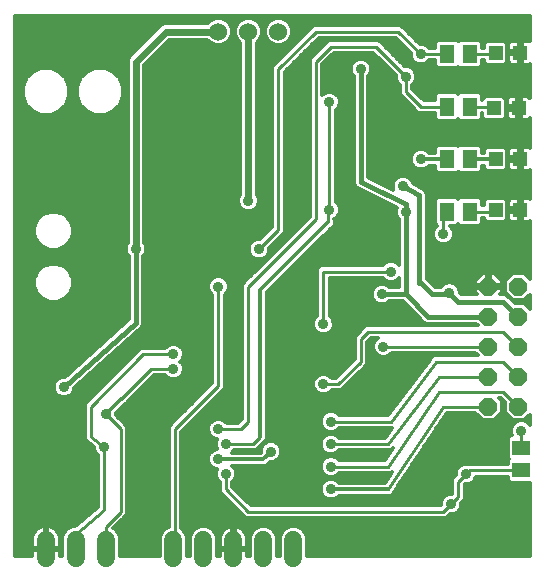
<source format=gbl>
G75*
G70*
%OFA0B0*%
%FSLAX24Y24*%
%IPPOS*%
%LPD*%
%AMOC8*
5,1,8,0,0,1.08239X$1,22.5*
%
%ADD10C,0.0600*%
%ADD11OC8,0.0600*%
%ADD12C,0.0600*%
%ADD13R,0.0591X0.0512*%
%ADD14R,0.0512X0.0630*%
%ADD15R,0.0472X0.0472*%
%ADD16C,0.0120*%
%ADD17C,0.0360*%
%ADD18C,0.0100*%
%ADD19C,0.0160*%
%ADD20C,0.0240*%
D10*
X004282Y005239D02*
X004282Y005839D01*
X005282Y005839D02*
X005282Y005239D01*
X006282Y005239D02*
X006282Y005839D01*
X008532Y005839D02*
X008532Y005239D01*
X009532Y005239D02*
X009532Y005839D01*
X010532Y005839D02*
X010532Y005239D01*
X011532Y005239D02*
X011532Y005839D01*
X012532Y005839D02*
X012532Y005239D01*
D11*
X019032Y010289D03*
X019032Y011289D03*
X019032Y012289D03*
X019032Y013289D03*
X019032Y014289D03*
X020032Y014289D03*
X020032Y013289D03*
X020032Y012289D03*
X020032Y011289D03*
X020032Y010289D03*
D12*
X012032Y022789D03*
X011032Y022789D03*
X010032Y022789D03*
D13*
X020132Y008913D03*
X020132Y008165D03*
D14*
X018406Y016789D03*
X017658Y016789D03*
X017658Y018539D03*
X018406Y018539D03*
X018406Y020289D03*
X017658Y020289D03*
X017658Y022039D03*
X018406Y022039D03*
D15*
X019269Y022089D03*
X020096Y022089D03*
X020046Y020239D03*
X019219Y020239D03*
X019269Y018539D03*
X020096Y018539D03*
X020096Y016839D03*
X019269Y016839D03*
D16*
X003244Y023314D02*
X003244Y005314D01*
X003822Y005314D01*
X003822Y005499D01*
X004242Y005499D01*
X004242Y005579D01*
X004242Y006299D01*
X004191Y006299D01*
X004022Y006229D01*
X003892Y006099D01*
X003822Y005930D01*
X003822Y005579D01*
X004242Y005579D01*
X004322Y005579D01*
X004322Y006299D01*
X004374Y006299D01*
X004543Y006229D01*
X004672Y006099D01*
X004742Y005930D01*
X004742Y005579D01*
X004322Y005579D01*
X004322Y005499D01*
X004742Y005499D01*
X004742Y005314D01*
X004822Y005314D01*
X004822Y005930D01*
X004892Y006099D01*
X005022Y006229D01*
X005191Y006299D01*
X005265Y006299D01*
X006022Y006936D01*
X006022Y008668D01*
X005944Y008746D01*
X005892Y008871D01*
X005892Y008937D01*
X005710Y009079D01*
X005695Y009079D01*
X005643Y009131D01*
X005585Y009176D01*
X005583Y009191D01*
X005572Y009202D01*
X005572Y009275D01*
X005563Y009349D01*
X005572Y009361D01*
X005572Y010202D01*
X005572Y010376D01*
X007322Y012126D01*
X007445Y012249D01*
X008261Y012249D01*
X008340Y012327D01*
X008465Y012379D01*
X008600Y012379D01*
X008725Y012327D01*
X008820Y012231D01*
X008872Y012106D01*
X008872Y011971D01*
X008820Y011846D01*
X008763Y011789D01*
X008820Y011731D01*
X008872Y011606D01*
X008872Y011471D01*
X008820Y011346D01*
X008725Y011250D01*
X008600Y011199D01*
X008465Y011199D01*
X008340Y011250D01*
X008261Y011329D01*
X007869Y011329D01*
X007002Y010462D01*
X007002Y010447D01*
X006622Y010067D01*
X006622Y009996D01*
X006869Y009749D01*
X006869Y009749D01*
X006992Y009626D01*
X006992Y006702D01*
X006869Y006579D01*
X006526Y006235D01*
X006543Y006229D01*
X006672Y006099D01*
X006742Y005930D01*
X006742Y005314D01*
X008072Y005314D01*
X008072Y005930D01*
X008142Y006099D01*
X008272Y006229D01*
X008372Y006270D01*
X008372Y009626D01*
X008495Y009749D01*
X009822Y011076D01*
X009822Y014018D01*
X009744Y014096D01*
X009692Y014221D01*
X009692Y014356D01*
X009744Y014481D01*
X009840Y014577D01*
X009965Y014629D01*
X010100Y014629D01*
X010225Y014577D01*
X010320Y014481D01*
X010372Y014356D01*
X010372Y014221D01*
X010320Y014096D01*
X010242Y014018D01*
X010242Y011076D01*
X010242Y010902D01*
X008792Y009452D01*
X008792Y006229D01*
X008793Y006229D01*
X008922Y006099D01*
X008992Y005930D01*
X008992Y005314D01*
X009072Y005314D01*
X009072Y005930D01*
X009142Y006099D01*
X009272Y006229D01*
X009441Y006299D01*
X009624Y006299D01*
X009793Y006229D01*
X009922Y006099D01*
X009992Y005930D01*
X009992Y005314D01*
X010072Y005314D01*
X010072Y005499D01*
X010492Y005499D01*
X010492Y005579D01*
X010492Y006299D01*
X010441Y006299D01*
X010272Y006229D01*
X010142Y006099D01*
X010072Y005930D01*
X010072Y005579D01*
X010492Y005579D01*
X010572Y005579D01*
X010572Y006299D01*
X010624Y006299D01*
X010793Y006229D01*
X010922Y006099D01*
X010992Y005930D01*
X010992Y005579D01*
X010572Y005579D01*
X010572Y005499D01*
X010992Y005499D01*
X010992Y005314D01*
X011072Y005314D01*
X011072Y005930D01*
X011142Y006099D01*
X011272Y006229D01*
X011441Y006299D01*
X011624Y006299D01*
X011793Y006229D01*
X011922Y006099D01*
X011992Y005930D01*
X011992Y005314D01*
X012072Y005314D01*
X012072Y005930D01*
X012142Y006099D01*
X012272Y006229D01*
X012441Y006299D01*
X012624Y006299D01*
X012793Y006229D01*
X012922Y006099D01*
X012992Y005930D01*
X012992Y005314D01*
X020420Y005314D01*
X020420Y007749D01*
X019771Y007749D01*
X019677Y007842D01*
X019677Y007955D01*
X018615Y007955D01*
X018570Y007846D01*
X018475Y007750D01*
X018350Y007699D01*
X018242Y007699D01*
X018242Y007376D01*
X018242Y007202D01*
X018122Y007082D01*
X018122Y006971D01*
X018070Y006846D01*
X017975Y006750D01*
X017850Y006699D01*
X017739Y006699D01*
X017619Y006579D01*
X017445Y006579D01*
X010945Y006579D01*
X010822Y006702D01*
X010072Y007452D01*
X010072Y007626D01*
X010072Y007768D01*
X009994Y007846D01*
X009942Y007971D01*
X009942Y008106D01*
X009981Y008199D01*
X009965Y008199D01*
X009840Y008250D01*
X009744Y008346D01*
X009692Y008471D01*
X009692Y008606D01*
X009744Y008731D01*
X009840Y008827D01*
X009965Y008879D01*
X009981Y008879D01*
X009942Y008971D01*
X009942Y009106D01*
X009981Y009199D01*
X009965Y009199D01*
X009840Y009250D01*
X009744Y009346D01*
X009692Y009471D01*
X009692Y009606D01*
X009744Y009731D01*
X009840Y009827D01*
X009965Y009879D01*
X010100Y009879D01*
X010225Y009827D01*
X010303Y009749D01*
X010695Y009749D01*
X010822Y009876D01*
X010822Y014202D01*
X010822Y014376D01*
X013072Y016626D01*
X013072Y021702D01*
X013072Y021876D01*
X013572Y022376D01*
X013695Y022499D01*
X015195Y022499D01*
X015369Y022499D01*
X016239Y021629D01*
X016350Y021629D01*
X016475Y021577D01*
X016570Y021481D01*
X016622Y021356D01*
X016622Y021221D01*
X016570Y021096D01*
X016492Y021018D01*
X016492Y020876D01*
X016869Y020499D01*
X017242Y020499D01*
X017242Y020670D01*
X017336Y020764D01*
X017980Y020764D01*
X018032Y020712D01*
X018084Y020764D01*
X018728Y020764D01*
X018822Y020670D01*
X018822Y020499D01*
X018823Y020499D01*
X018823Y020541D01*
X018916Y020635D01*
X019521Y020635D01*
X019615Y020541D01*
X019615Y019936D01*
X019521Y019842D01*
X018916Y019842D01*
X018823Y019936D01*
X018823Y020079D01*
X018822Y020079D01*
X018822Y019907D01*
X018728Y019814D01*
X018084Y019814D01*
X018032Y019865D01*
X017980Y019814D01*
X017336Y019814D01*
X017242Y019907D01*
X017242Y020079D01*
X016869Y020079D01*
X016695Y020079D01*
X016072Y020702D01*
X016072Y020876D01*
X016072Y021018D01*
X015994Y021096D01*
X015942Y021221D01*
X015942Y021332D01*
X015195Y022079D01*
X013869Y022079D01*
X013492Y021702D01*
X013492Y020679D01*
X013540Y020727D01*
X013665Y020779D01*
X013800Y020779D01*
X013925Y020727D01*
X014020Y020631D01*
X014072Y020506D01*
X014072Y020371D01*
X014020Y020246D01*
X013942Y020168D01*
X013942Y017109D01*
X014020Y017031D01*
X015760Y017031D01*
X015971Y016926D02*
X015942Y016856D01*
X015942Y016721D01*
X015994Y016596D01*
X016042Y016548D01*
X016042Y015009D01*
X015975Y015077D01*
X015850Y015129D01*
X015715Y015129D01*
X015590Y015077D01*
X015511Y014999D01*
X013619Y014999D01*
X013445Y014999D01*
X013322Y014876D01*
X013322Y013309D01*
X013244Y013231D01*
X013192Y013106D01*
X013192Y012971D01*
X013244Y012846D01*
X013340Y012750D01*
X013465Y012699D01*
X013600Y012699D01*
X013725Y012750D01*
X013820Y012846D01*
X013872Y012971D01*
X013872Y013106D01*
X013820Y013231D01*
X013742Y013309D01*
X013742Y014579D01*
X015511Y014579D01*
X015590Y014500D01*
X015715Y014449D01*
X015850Y014449D01*
X015975Y014500D01*
X016042Y014568D01*
X016042Y014279D01*
X015723Y014279D01*
X015675Y014327D01*
X015550Y014379D01*
X015415Y014379D01*
X015290Y014327D01*
X015194Y014231D01*
X015142Y014106D01*
X015142Y013971D01*
X015194Y013846D01*
X015290Y013750D01*
X015415Y013699D01*
X015550Y013699D01*
X015675Y013750D01*
X015723Y013799D01*
X016183Y013799D01*
X016829Y013153D01*
X016829Y013153D01*
X016896Y013085D01*
X016984Y013049D01*
X018622Y013049D01*
X018672Y012999D01*
X014945Y012999D01*
X014822Y012876D01*
X014572Y012626D01*
X014572Y012452D01*
X014572Y011876D01*
X013945Y011249D01*
X013803Y011249D01*
X013725Y011327D01*
X013600Y011379D01*
X013465Y011379D01*
X013340Y011327D01*
X013244Y011231D01*
X013192Y011106D01*
X013192Y010971D01*
X013244Y010846D01*
X013340Y010750D01*
X013465Y010699D01*
X013600Y010699D01*
X013725Y010750D01*
X013803Y010829D01*
X013945Y010829D01*
X014119Y010829D01*
X014869Y011579D01*
X014992Y011702D01*
X014992Y012452D01*
X015119Y012579D01*
X015344Y012579D01*
X015340Y012577D01*
X015244Y012481D01*
X015192Y012356D01*
X015192Y012221D01*
X015244Y012096D01*
X015340Y012000D01*
X015465Y011949D01*
X015600Y011949D01*
X015725Y012000D01*
X015803Y012079D01*
X018592Y012079D01*
X018672Y011999D01*
X017352Y011999D01*
X017339Y012009D01*
X017267Y011999D01*
X017195Y011999D01*
X017183Y011987D01*
X017166Y011984D01*
X017123Y011926D01*
X017072Y011876D01*
X017072Y011859D01*
X015677Y009999D01*
X014053Y009999D01*
X013975Y010077D01*
X013850Y010129D01*
X013715Y010129D01*
X013590Y010077D01*
X013494Y009981D01*
X013442Y009856D01*
X013442Y009721D01*
X013494Y009596D01*
X013590Y009500D01*
X013715Y009449D01*
X013850Y009449D01*
X013975Y009500D01*
X014053Y009579D01*
X015712Y009579D01*
X015726Y009568D01*
X015797Y009579D01*
X015827Y009579D01*
X015578Y009249D01*
X014053Y009249D01*
X013975Y009327D01*
X013850Y009379D01*
X013715Y009379D01*
X013590Y009327D01*
X013494Y009231D01*
X013442Y009106D01*
X013442Y008971D01*
X013494Y008846D01*
X013590Y008750D01*
X013715Y008699D01*
X013850Y008699D01*
X013975Y008750D01*
X014053Y008829D01*
X015612Y008829D01*
X015625Y008819D01*
X015697Y008829D01*
X015769Y008829D01*
X015781Y008840D01*
X015797Y008843D01*
X015841Y008900D01*
X015852Y008911D01*
X015571Y008499D01*
X014053Y008499D01*
X013975Y008577D01*
X013850Y008629D01*
X013715Y008629D01*
X013590Y008577D01*
X013494Y008481D01*
X013442Y008356D01*
X013442Y008221D01*
X013494Y008096D01*
X013590Y008000D01*
X013715Y007949D01*
X013850Y007949D01*
X013975Y008000D01*
X014053Y008079D01*
X015618Y008079D01*
X015636Y008066D01*
X015702Y008079D01*
X015769Y008079D01*
X015785Y008094D01*
X015806Y008098D01*
X015577Y007759D01*
X014043Y007759D01*
X013975Y007827D01*
X013850Y007879D01*
X013715Y007879D01*
X013590Y007827D01*
X013494Y007731D01*
X013442Y007606D01*
X013442Y007471D01*
X013494Y007346D01*
X013590Y007250D01*
X013715Y007199D01*
X013850Y007199D01*
X013975Y007250D01*
X014043Y007319D01*
X015633Y007319D01*
X015637Y007316D01*
X015651Y007319D01*
X015773Y007319D01*
X015803Y007348D01*
X015808Y007349D01*
X015816Y007361D01*
X015902Y007447D01*
X015902Y007489D01*
X017644Y010079D01*
X018592Y010079D01*
X018842Y009829D01*
X019223Y009829D01*
X019492Y010098D01*
X019492Y010479D01*
X019393Y010579D01*
X019445Y010579D01*
X019572Y010452D01*
X019572Y010098D01*
X019842Y009829D01*
X020223Y009829D01*
X020420Y010026D01*
X020420Y009681D01*
X020325Y009777D01*
X020200Y009829D01*
X020065Y009829D01*
X019940Y009777D01*
X019844Y009681D01*
X019792Y009556D01*
X019792Y009421D01*
X019831Y009328D01*
X019771Y009328D01*
X019677Y009235D01*
X019677Y008590D01*
X019729Y008539D01*
X019677Y008487D01*
X019677Y008375D01*
X018495Y008375D01*
X018360Y008375D01*
X018350Y008379D01*
X018215Y008379D01*
X018090Y008327D01*
X017994Y008231D01*
X017942Y008106D01*
X017942Y007996D01*
X017822Y007876D01*
X017822Y007379D01*
X017715Y007379D01*
X017590Y007327D01*
X017494Y007231D01*
X017442Y007106D01*
X017442Y006999D01*
X011119Y006999D01*
X010492Y007626D01*
X010492Y007768D01*
X010570Y007846D01*
X010622Y007971D01*
X010622Y008106D01*
X010570Y008231D01*
X010483Y008319D01*
X011441Y008319D01*
X011623Y008319D01*
X011753Y008449D01*
X011850Y008449D01*
X011975Y008500D01*
X012070Y008596D01*
X012122Y008721D01*
X012122Y008856D01*
X012070Y008981D01*
X011975Y009077D01*
X011850Y009129D01*
X011715Y009129D01*
X011590Y009077D01*
X011494Y008981D01*
X011442Y008856D01*
X011442Y008760D01*
X011441Y008759D01*
X010483Y008759D01*
X010553Y008829D01*
X011095Y008829D01*
X011269Y008829D01*
X011509Y009069D01*
X011523Y009069D01*
X011652Y009197D01*
X011652Y014097D01*
X013902Y016347D01*
X013902Y016530D01*
X013894Y016538D01*
X013925Y016550D01*
X014020Y016646D01*
X014072Y016771D01*
X014072Y016906D01*
X014020Y017031D01*
X014069Y016913D02*
X015966Y016913D01*
X015971Y016926D02*
X014682Y017570D01*
X014646Y017585D01*
X014640Y017591D01*
X014632Y017595D01*
X014606Y017625D01*
X014579Y017653D01*
X014575Y017661D01*
X014570Y017667D01*
X014557Y017705D01*
X014542Y017741D01*
X014542Y017750D01*
X014539Y017758D01*
X014542Y017797D01*
X014542Y021298D01*
X014494Y021346D01*
X014442Y021471D01*
X014442Y021606D01*
X014494Y021731D01*
X014590Y021827D01*
X014715Y021879D01*
X014850Y021879D01*
X014975Y021827D01*
X015070Y021731D01*
X015122Y021606D01*
X015122Y021471D01*
X015070Y021346D01*
X015022Y021298D01*
X015022Y017937D01*
X015865Y017515D01*
X015842Y017571D01*
X015842Y017706D01*
X015894Y017831D01*
X015990Y017927D01*
X016115Y017979D01*
X016250Y017979D01*
X016375Y017927D01*
X016470Y017831D01*
X016511Y017732D01*
X016836Y017555D01*
X016868Y017542D01*
X016877Y017533D01*
X016889Y017526D01*
X016911Y017499D01*
X016936Y017475D01*
X016941Y017462D01*
X016949Y017452D01*
X016959Y017419D01*
X016972Y017386D01*
X016972Y017373D01*
X016976Y017361D01*
X016972Y017326D01*
X016972Y014562D01*
X017256Y014279D01*
X017443Y014279D01*
X017444Y014281D01*
X017540Y014377D01*
X017665Y014429D01*
X017800Y014429D01*
X017925Y014377D01*
X018020Y014281D01*
X018072Y014156D01*
X018072Y014088D01*
X018132Y014029D01*
X018642Y014029D01*
X018572Y014098D01*
X018572Y014249D01*
X018992Y014249D01*
X018992Y014329D01*
X018992Y014749D01*
X018842Y014749D01*
X018572Y014479D01*
X018572Y014329D01*
X018992Y014329D01*
X019072Y014329D01*
X019072Y014749D01*
X019223Y014749D01*
X019492Y014479D01*
X019492Y014329D01*
X019072Y014329D01*
X019072Y014249D01*
X019492Y014249D01*
X019492Y014098D01*
X019423Y014029D01*
X019580Y014029D01*
X019668Y013992D01*
X019736Y013925D01*
X019912Y013749D01*
X020223Y013749D01*
X020420Y013551D01*
X020420Y014026D01*
X020223Y013829D01*
X019842Y013829D01*
X019572Y014098D01*
X019572Y014479D01*
X019842Y014749D01*
X020223Y014749D01*
X020420Y014551D01*
X020420Y016465D01*
X020398Y016442D01*
X020154Y016442D01*
X020154Y016780D01*
X020037Y016780D01*
X020037Y016442D01*
X019793Y016442D01*
X019699Y016536D01*
X019699Y016780D01*
X020037Y016780D01*
X020037Y016897D01*
X019699Y016897D01*
X019699Y017141D01*
X019793Y017235D01*
X020037Y017235D01*
X020037Y016897D01*
X020154Y016897D01*
X020154Y017235D01*
X020398Y017235D01*
X020420Y017213D01*
X020420Y018165D01*
X020398Y018142D01*
X020154Y018142D01*
X020154Y018480D01*
X020037Y018480D01*
X020037Y018142D01*
X019793Y018142D01*
X019699Y018236D01*
X019699Y018480D01*
X020037Y018480D01*
X020037Y018597D01*
X019699Y018597D01*
X019699Y018841D01*
X019793Y018935D01*
X020037Y018935D01*
X020037Y018597D01*
X020154Y018597D01*
X020154Y018935D01*
X020398Y018935D01*
X020420Y018913D01*
X020420Y019915D01*
X020348Y019842D01*
X020104Y019842D01*
X020104Y020180D01*
X019987Y020180D01*
X019987Y019842D01*
X019743Y019842D01*
X019649Y019936D01*
X019649Y020180D01*
X019987Y020180D01*
X019987Y020297D01*
X019649Y020297D01*
X019649Y020541D01*
X019743Y020635D01*
X019987Y020635D01*
X019987Y020297D01*
X020104Y020297D01*
X020104Y020635D01*
X020348Y020635D01*
X020420Y020563D01*
X020420Y021715D01*
X020398Y021692D01*
X020154Y021692D01*
X020154Y022030D01*
X020037Y022030D01*
X020037Y021692D01*
X019793Y021692D01*
X019699Y021786D01*
X019699Y022030D01*
X020037Y022030D01*
X020037Y022147D01*
X019699Y022147D01*
X019699Y022391D01*
X019793Y022485D01*
X020037Y022485D01*
X020037Y022147D01*
X020154Y022147D01*
X020154Y022485D01*
X020398Y022485D01*
X020420Y022463D01*
X020420Y023314D01*
X003244Y023314D01*
X003244Y023196D02*
X009813Y023196D01*
X009772Y023179D02*
X009662Y023069D01*
X008338Y023069D01*
X008226Y023069D01*
X008124Y023026D01*
X007124Y022026D01*
X007045Y021947D01*
X007002Y021844D01*
X007002Y015739D01*
X006994Y015731D01*
X006942Y015606D01*
X006942Y015471D01*
X006994Y015346D01*
X007042Y015298D01*
X007042Y013196D01*
X004902Y011279D01*
X004815Y011279D01*
X004690Y011227D01*
X004594Y011131D01*
X004542Y011006D01*
X004542Y010871D01*
X004594Y010746D01*
X004690Y010650D01*
X004815Y010599D01*
X004950Y010599D01*
X005075Y010650D01*
X005170Y010746D01*
X005222Y010871D01*
X005222Y010921D01*
X007412Y012883D01*
X007418Y012885D01*
X007447Y012914D01*
X007478Y012942D01*
X007481Y012948D01*
X007486Y012953D01*
X007501Y012991D01*
X007519Y013028D01*
X007520Y013035D01*
X007522Y013041D01*
X007522Y013082D01*
X007524Y013123D01*
X007522Y013129D01*
X007522Y015298D01*
X007570Y015346D01*
X007622Y015471D01*
X007622Y015606D01*
X007570Y015731D01*
X007562Y015739D01*
X007562Y021673D01*
X008398Y022509D01*
X009662Y022509D01*
X009772Y022399D01*
X009941Y022329D01*
X010124Y022329D01*
X010293Y022399D01*
X010422Y022528D01*
X010492Y022697D01*
X010492Y022880D01*
X010422Y023049D01*
X010293Y023179D01*
X010124Y023249D01*
X009941Y023249D01*
X009772Y023179D01*
X009670Y023077D02*
X003244Y023077D01*
X003244Y022959D02*
X008056Y022959D01*
X007938Y022840D02*
X003244Y022840D01*
X003244Y022721D02*
X007819Y022721D01*
X007701Y022603D02*
X003244Y022603D01*
X003244Y022484D02*
X007582Y022484D01*
X007463Y022366D02*
X003244Y022366D01*
X003244Y022247D02*
X007345Y022247D01*
X007226Y022129D02*
X003244Y022129D01*
X003244Y022010D02*
X007108Y022010D01*
X007022Y021892D02*
X003244Y021892D01*
X003244Y021773D02*
X007002Y021773D01*
X007002Y021655D02*
X003244Y021655D01*
X003244Y021536D02*
X004062Y021536D01*
X004128Y021564D02*
X003843Y021446D01*
X003625Y021228D01*
X003507Y020943D01*
X003507Y020634D01*
X003625Y020350D01*
X003843Y020132D01*
X004128Y020014D01*
X004436Y020014D01*
X004721Y020132D01*
X004939Y020350D01*
X005057Y020634D01*
X005057Y020943D01*
X005307Y020943D01*
X005307Y020634D01*
X005425Y020350D01*
X005643Y020132D01*
X005928Y020014D01*
X006236Y020014D01*
X006521Y020132D01*
X006739Y020350D01*
X006857Y020634D01*
X006857Y020943D01*
X007002Y020943D01*
X007002Y020825D02*
X006857Y020825D01*
X006857Y020943D02*
X006739Y021228D01*
X006521Y021446D01*
X006236Y021564D01*
X005928Y021564D01*
X005643Y021446D01*
X005425Y021228D01*
X005307Y020943D01*
X005307Y020825D02*
X005057Y020825D01*
X005057Y020943D02*
X004939Y021228D01*
X004721Y021446D01*
X004436Y021564D01*
X004128Y021564D01*
X004503Y021536D02*
X005862Y021536D01*
X005615Y021417D02*
X004749Y021417D01*
X004868Y021299D02*
X005497Y021299D01*
X005406Y021180D02*
X004959Y021180D01*
X005008Y021062D02*
X005357Y021062D01*
X005307Y020706D02*
X005057Y020706D01*
X005038Y020588D02*
X005327Y020588D01*
X005376Y020469D02*
X004989Y020469D01*
X004940Y020351D02*
X005425Y020351D01*
X005543Y020232D02*
X004822Y020232D01*
X004677Y020113D02*
X005687Y020113D01*
X006477Y020113D02*
X007002Y020113D01*
X007002Y019995D02*
X003244Y019995D01*
X003244Y020113D02*
X003887Y020113D01*
X003743Y020232D02*
X003244Y020232D01*
X003244Y020351D02*
X003625Y020351D01*
X003576Y020469D02*
X003244Y020469D01*
X003244Y020588D02*
X003527Y020588D01*
X003507Y020706D02*
X003244Y020706D01*
X003244Y020825D02*
X003507Y020825D01*
X003507Y020943D02*
X003244Y020943D01*
X003244Y021062D02*
X003557Y021062D01*
X003606Y021180D02*
X003244Y021180D01*
X003244Y021299D02*
X003697Y021299D01*
X003815Y021417D02*
X003244Y021417D01*
X003244Y019876D02*
X007002Y019876D01*
X007002Y019758D02*
X003244Y019758D01*
X003244Y019639D02*
X007002Y019639D01*
X007002Y019521D02*
X003244Y019521D01*
X003244Y019402D02*
X007002Y019402D01*
X007002Y019284D02*
X003244Y019284D01*
X003244Y019165D02*
X007002Y019165D01*
X007002Y019047D02*
X003244Y019047D01*
X003244Y018928D02*
X007002Y018928D01*
X007002Y018809D02*
X003244Y018809D01*
X003244Y018691D02*
X007002Y018691D01*
X007002Y018572D02*
X003244Y018572D01*
X003244Y018454D02*
X007002Y018454D01*
X007002Y018335D02*
X003244Y018335D01*
X003244Y018217D02*
X007002Y018217D01*
X007002Y018098D02*
X003244Y018098D01*
X003244Y017980D02*
X007002Y017980D01*
X007002Y017861D02*
X003244Y017861D01*
X003244Y017743D02*
X007002Y017743D01*
X007002Y017624D02*
X003244Y017624D01*
X003244Y017506D02*
X007002Y017506D01*
X007002Y017387D02*
X003244Y017387D01*
X003244Y017268D02*
X007002Y017268D01*
X007002Y017150D02*
X003244Y017150D01*
X003244Y017031D02*
X007002Y017031D01*
X007002Y016913D02*
X003244Y016913D01*
X003244Y016794D02*
X007002Y016794D01*
X007002Y016676D02*
X004912Y016676D01*
X004893Y016695D02*
X004659Y016792D01*
X004405Y016792D01*
X004171Y016695D01*
X003992Y016516D01*
X003895Y016281D01*
X003895Y016028D01*
X003992Y015794D01*
X004171Y015615D01*
X004405Y015518D01*
X004659Y015518D01*
X004893Y015615D01*
X005072Y015794D01*
X005169Y016028D01*
X005169Y016281D01*
X005072Y016516D01*
X004893Y016695D01*
X005031Y016557D02*
X007002Y016557D01*
X007002Y016439D02*
X005104Y016439D01*
X005153Y016320D02*
X007002Y016320D01*
X007002Y016202D02*
X005169Y016202D01*
X005169Y016083D02*
X007002Y016083D01*
X007002Y015964D02*
X005143Y015964D01*
X005094Y015846D02*
X007002Y015846D01*
X006992Y015727D02*
X005006Y015727D01*
X004879Y015609D02*
X006943Y015609D01*
X006942Y015490D02*
X003244Y015490D01*
X003244Y015372D02*
X006983Y015372D01*
X007042Y015253D02*
X003244Y015253D01*
X003244Y015135D02*
X007042Y015135D01*
X007042Y015016D02*
X004764Y015016D01*
X004659Y015060D02*
X004405Y015060D01*
X004171Y014963D01*
X003992Y014783D01*
X003895Y014549D01*
X003895Y014296D01*
X003992Y014061D01*
X004171Y013882D01*
X004405Y013785D01*
X004659Y013785D01*
X004893Y013882D01*
X005072Y014061D01*
X005169Y014296D01*
X005169Y014549D01*
X005072Y014783D01*
X004893Y014963D01*
X004659Y015060D01*
X004958Y014898D02*
X007042Y014898D01*
X007042Y014779D02*
X005074Y014779D01*
X005123Y014660D02*
X007042Y014660D01*
X007042Y014542D02*
X005169Y014542D01*
X005169Y014423D02*
X007042Y014423D01*
X007042Y014305D02*
X005169Y014305D01*
X005124Y014186D02*
X007042Y014186D01*
X007042Y014068D02*
X005075Y014068D01*
X004960Y013949D02*
X007042Y013949D01*
X007042Y013831D02*
X004769Y013831D01*
X004296Y013831D02*
X003244Y013831D01*
X003244Y013949D02*
X004104Y013949D01*
X003989Y014068D02*
X003244Y014068D01*
X003244Y014186D02*
X003940Y014186D01*
X003895Y014305D02*
X003244Y014305D01*
X003244Y014423D02*
X003895Y014423D01*
X003895Y014542D02*
X003244Y014542D01*
X003244Y014660D02*
X003941Y014660D01*
X003990Y014779D02*
X003244Y014779D01*
X003244Y014898D02*
X004106Y014898D01*
X004301Y015016D02*
X003244Y015016D01*
X003244Y015609D02*
X004185Y015609D01*
X004058Y015727D02*
X003244Y015727D01*
X003244Y015846D02*
X003970Y015846D01*
X003921Y015964D02*
X003244Y015964D01*
X003244Y016083D02*
X003895Y016083D01*
X003895Y016202D02*
X003244Y016202D01*
X003244Y016320D02*
X003911Y016320D01*
X003960Y016439D02*
X003244Y016439D01*
X003244Y016557D02*
X004034Y016557D01*
X004152Y016676D02*
X003244Y016676D01*
X003244Y013712D02*
X007042Y013712D01*
X007042Y013594D02*
X003244Y013594D01*
X003244Y013475D02*
X007042Y013475D01*
X007042Y013356D02*
X003244Y013356D01*
X003244Y013238D02*
X007042Y013238D01*
X006957Y013119D02*
X003244Y013119D01*
X003244Y013001D02*
X006825Y013001D01*
X006692Y012882D02*
X003244Y012882D01*
X003244Y012764D02*
X006560Y012764D01*
X006428Y012645D02*
X003244Y012645D01*
X003244Y012527D02*
X006295Y012527D01*
X006163Y012408D02*
X003244Y012408D01*
X003244Y012290D02*
X006031Y012290D01*
X005898Y012171D02*
X003244Y012171D01*
X003244Y012053D02*
X005766Y012053D01*
X005634Y011934D02*
X003244Y011934D01*
X003244Y011815D02*
X005501Y011815D01*
X005369Y011697D02*
X003244Y011697D01*
X003244Y011578D02*
X005237Y011578D01*
X005104Y011460D02*
X003244Y011460D01*
X003244Y011341D02*
X004972Y011341D01*
X004686Y011223D02*
X003244Y011223D01*
X003244Y011104D02*
X004583Y011104D01*
X004542Y010986D02*
X003244Y010986D01*
X003244Y010867D02*
X004544Y010867D01*
X004593Y010749D02*
X003244Y010749D01*
X003244Y010630D02*
X004739Y010630D01*
X005026Y010630D02*
X005827Y010630D01*
X005945Y010749D02*
X005171Y010749D01*
X005221Y010867D02*
X006064Y010867D01*
X006182Y010986D02*
X005294Y010986D01*
X005427Y011104D02*
X006301Y011104D01*
X006419Y011223D02*
X005559Y011223D01*
X005691Y011341D02*
X006538Y011341D01*
X006656Y011460D02*
X005824Y011460D01*
X005956Y011578D02*
X006775Y011578D01*
X006894Y011697D02*
X006088Y011697D01*
X006221Y011815D02*
X007012Y011815D01*
X007131Y011934D02*
X006353Y011934D01*
X006485Y012053D02*
X007249Y012053D01*
X007368Y012171D02*
X006618Y012171D01*
X006750Y012290D02*
X008302Y012290D01*
X008762Y012290D02*
X009822Y012290D01*
X009822Y012408D02*
X006882Y012408D01*
X007015Y012527D02*
X009822Y012527D01*
X009822Y012645D02*
X007147Y012645D01*
X007279Y012764D02*
X009822Y012764D01*
X009822Y012882D02*
X007412Y012882D01*
X007506Y013001D02*
X009822Y013001D01*
X009822Y013119D02*
X007524Y013119D01*
X007522Y013238D02*
X009822Y013238D01*
X009822Y013356D02*
X007522Y013356D01*
X007522Y013475D02*
X009822Y013475D01*
X009822Y013594D02*
X007522Y013594D01*
X007522Y013712D02*
X009822Y013712D01*
X009822Y013831D02*
X007522Y013831D01*
X007522Y013949D02*
X009822Y013949D01*
X009772Y014068D02*
X007522Y014068D01*
X007522Y014186D02*
X009707Y014186D01*
X009692Y014305D02*
X007522Y014305D01*
X007522Y014423D02*
X009720Y014423D01*
X009805Y014542D02*
X007522Y014542D01*
X007522Y014660D02*
X011107Y014660D01*
X010989Y014542D02*
X010260Y014542D01*
X010344Y014423D02*
X010870Y014423D01*
X010822Y014305D02*
X010372Y014305D01*
X010358Y014186D02*
X010822Y014186D01*
X010822Y014068D02*
X010292Y014068D01*
X010242Y013949D02*
X010822Y013949D01*
X010822Y013831D02*
X010242Y013831D01*
X010242Y013712D02*
X010822Y013712D01*
X010822Y013594D02*
X010242Y013594D01*
X010242Y013475D02*
X010822Y013475D01*
X010822Y013356D02*
X010242Y013356D01*
X010242Y013238D02*
X010822Y013238D01*
X010822Y013119D02*
X010242Y013119D01*
X010242Y013001D02*
X010822Y013001D01*
X010822Y012882D02*
X010242Y012882D01*
X010242Y012764D02*
X010822Y012764D01*
X010822Y012645D02*
X010242Y012645D01*
X010242Y012527D02*
X010822Y012527D01*
X010822Y012408D02*
X010242Y012408D01*
X010242Y012290D02*
X010822Y012290D01*
X010822Y012171D02*
X010242Y012171D01*
X010242Y012053D02*
X010822Y012053D01*
X010822Y011934D02*
X010242Y011934D01*
X010242Y011815D02*
X010822Y011815D01*
X010822Y011697D02*
X010242Y011697D01*
X010242Y011578D02*
X010822Y011578D01*
X010822Y011460D02*
X010242Y011460D01*
X010242Y011341D02*
X010822Y011341D01*
X010822Y011223D02*
X010242Y011223D01*
X010242Y011104D02*
X010822Y011104D01*
X010822Y010986D02*
X010242Y010986D01*
X010208Y010867D02*
X010822Y010867D01*
X010822Y010749D02*
X010089Y010749D01*
X009971Y010630D02*
X010822Y010630D01*
X010822Y010511D02*
X009852Y010511D01*
X009734Y010393D02*
X010822Y010393D01*
X010822Y010274D02*
X009615Y010274D01*
X009496Y010156D02*
X010822Y010156D01*
X010822Y010037D02*
X009378Y010037D01*
X009259Y009919D02*
X010822Y009919D01*
X010747Y009800D02*
X010251Y009800D01*
X009813Y009800D02*
X009141Y009800D01*
X009022Y009682D02*
X009724Y009682D01*
X009692Y009563D02*
X008904Y009563D01*
X008792Y009445D02*
X009703Y009445D01*
X009764Y009326D02*
X008792Y009326D01*
X008792Y009207D02*
X009943Y009207D01*
X009942Y009089D02*
X008792Y009089D01*
X008792Y008970D02*
X009942Y008970D01*
X009900Y008852D02*
X008792Y008852D01*
X008792Y008733D02*
X009746Y008733D01*
X009696Y008615D02*
X008792Y008615D01*
X008792Y008496D02*
X009692Y008496D01*
X009731Y008378D02*
X008792Y008378D01*
X008792Y008259D02*
X009831Y008259D01*
X009956Y008141D02*
X008792Y008141D01*
X008792Y008022D02*
X009942Y008022D01*
X009970Y007904D02*
X008792Y007904D01*
X008792Y007785D02*
X010055Y007785D01*
X010072Y007666D02*
X008792Y007666D01*
X008792Y007548D02*
X010072Y007548D01*
X010094Y007429D02*
X008792Y007429D01*
X008792Y007311D02*
X010213Y007311D01*
X010332Y007192D02*
X008792Y007192D01*
X008792Y007074D02*
X010450Y007074D01*
X010569Y006955D02*
X008792Y006955D01*
X008792Y006837D02*
X010687Y006837D01*
X010806Y006718D02*
X008792Y006718D01*
X008792Y006600D02*
X010924Y006600D01*
X010756Y006244D02*
X011309Y006244D01*
X011168Y006125D02*
X010896Y006125D01*
X010960Y006007D02*
X011104Y006007D01*
X011072Y005888D02*
X010992Y005888D01*
X010992Y005770D02*
X011072Y005770D01*
X011072Y005651D02*
X010992Y005651D01*
X011072Y005533D02*
X010572Y005533D01*
X010492Y005533D02*
X009992Y005533D01*
X009992Y005651D02*
X010072Y005651D01*
X010072Y005770D02*
X009992Y005770D01*
X009992Y005888D02*
X010072Y005888D01*
X010104Y006007D02*
X009960Y006007D01*
X009896Y006125D02*
X010168Y006125D01*
X010309Y006244D02*
X009756Y006244D01*
X009309Y006244D02*
X008792Y006244D01*
X008792Y006362D02*
X020420Y006362D01*
X020420Y006244D02*
X012756Y006244D01*
X012896Y006125D02*
X020420Y006125D01*
X020420Y006007D02*
X012960Y006007D01*
X012992Y005888D02*
X020420Y005888D01*
X020420Y005770D02*
X012992Y005770D01*
X012992Y005651D02*
X020420Y005651D01*
X020420Y005533D02*
X012992Y005533D01*
X012992Y005414D02*
X020420Y005414D01*
X020420Y006481D02*
X008792Y006481D01*
X008896Y006125D02*
X009168Y006125D01*
X009104Y006007D02*
X008960Y006007D01*
X008992Y005888D02*
X009072Y005888D01*
X009072Y005770D02*
X008992Y005770D01*
X008992Y005651D02*
X009072Y005651D01*
X009072Y005533D02*
X008992Y005533D01*
X008992Y005414D02*
X009072Y005414D01*
X008309Y006244D02*
X006534Y006244D01*
X006646Y006125D02*
X008168Y006125D01*
X008104Y006007D02*
X006710Y006007D01*
X006742Y005888D02*
X008072Y005888D01*
X008072Y005770D02*
X006742Y005770D01*
X006742Y005651D02*
X008072Y005651D01*
X008072Y005533D02*
X006742Y005533D01*
X006742Y005414D02*
X008072Y005414D01*
X008372Y006362D02*
X006653Y006362D01*
X006772Y006481D02*
X008372Y006481D01*
X008372Y006600D02*
X006890Y006600D01*
X006992Y006718D02*
X008372Y006718D01*
X008372Y006837D02*
X006992Y006837D01*
X006992Y006955D02*
X008372Y006955D01*
X008372Y007074D02*
X006992Y007074D01*
X006992Y007192D02*
X008372Y007192D01*
X008372Y007311D02*
X006992Y007311D01*
X006992Y007429D02*
X008372Y007429D01*
X008372Y007548D02*
X006992Y007548D01*
X006992Y007666D02*
X008372Y007666D01*
X008372Y007785D02*
X006992Y007785D01*
X006992Y007904D02*
X008372Y007904D01*
X008372Y008022D02*
X006992Y008022D01*
X006992Y008141D02*
X008372Y008141D01*
X008372Y008259D02*
X006992Y008259D01*
X006992Y008378D02*
X008372Y008378D01*
X008372Y008496D02*
X006992Y008496D01*
X006992Y008615D02*
X008372Y008615D01*
X008372Y008733D02*
X006992Y008733D01*
X006992Y008852D02*
X008372Y008852D01*
X008372Y008970D02*
X006992Y008970D01*
X006992Y009089D02*
X008372Y009089D01*
X008372Y009207D02*
X006992Y009207D01*
X006992Y009326D02*
X008372Y009326D01*
X008372Y009445D02*
X006992Y009445D01*
X006992Y009563D02*
X008372Y009563D01*
X008428Y009682D02*
X006936Y009682D01*
X006817Y009800D02*
X008547Y009800D01*
X008665Y009919D02*
X006699Y009919D01*
X006622Y010037D02*
X008784Y010037D01*
X008902Y010156D02*
X006711Y010156D01*
X006829Y010274D02*
X009021Y010274D01*
X009140Y010393D02*
X006948Y010393D01*
X007052Y010511D02*
X009258Y010511D01*
X009377Y010630D02*
X007171Y010630D01*
X007289Y010749D02*
X009495Y010749D01*
X009614Y010867D02*
X007408Y010867D01*
X007526Y010986D02*
X009732Y010986D01*
X009822Y011104D02*
X007645Y011104D01*
X007763Y011223D02*
X008406Y011223D01*
X008658Y011223D02*
X009822Y011223D01*
X009822Y011341D02*
X008816Y011341D01*
X008868Y011460D02*
X009822Y011460D01*
X009822Y011578D02*
X008872Y011578D01*
X008835Y011697D02*
X009822Y011697D01*
X009822Y011815D02*
X008790Y011815D01*
X008857Y011934D02*
X009822Y011934D01*
X009822Y012053D02*
X008872Y012053D01*
X008845Y012171D02*
X009822Y012171D01*
X011652Y012171D02*
X014572Y012171D01*
X014572Y012053D02*
X011652Y012053D01*
X011652Y011934D02*
X014572Y011934D01*
X014512Y011815D02*
X011652Y011815D01*
X011652Y011697D02*
X014394Y011697D01*
X014275Y011578D02*
X011652Y011578D01*
X011652Y011460D02*
X014156Y011460D01*
X014038Y011341D02*
X013690Y011341D01*
X013375Y011341D02*
X011652Y011341D01*
X011652Y011223D02*
X013241Y011223D01*
X013192Y011104D02*
X011652Y011104D01*
X011652Y010986D02*
X013192Y010986D01*
X013235Y010867D02*
X011652Y010867D01*
X011652Y010749D02*
X013344Y010749D01*
X013720Y010749D02*
X016240Y010749D01*
X016329Y010867D02*
X014158Y010867D01*
X014276Y010986D02*
X016418Y010986D01*
X016506Y011104D02*
X014395Y011104D01*
X014513Y011223D02*
X016595Y011223D01*
X016684Y011341D02*
X014632Y011341D01*
X014750Y011460D02*
X016773Y011460D01*
X016862Y011578D02*
X014869Y011578D01*
X014987Y011697D02*
X016951Y011697D01*
X017040Y011815D02*
X014992Y011815D01*
X014992Y011934D02*
X017129Y011934D01*
X016862Y013119D02*
X013867Y013119D01*
X013872Y013001D02*
X018669Y013001D01*
X018618Y012053D02*
X015777Y012053D01*
X015287Y012053D02*
X014992Y012053D01*
X014992Y012171D02*
X015213Y012171D01*
X015192Y012290D02*
X014992Y012290D01*
X014992Y012408D02*
X015214Y012408D01*
X015290Y012527D02*
X015067Y012527D01*
X014829Y012882D02*
X013835Y012882D01*
X013738Y012764D02*
X014710Y012764D01*
X014592Y012645D02*
X011652Y012645D01*
X011652Y012527D02*
X014572Y012527D01*
X014572Y012408D02*
X011652Y012408D01*
X011652Y012290D02*
X014572Y012290D01*
X013814Y013238D02*
X016743Y013238D01*
X016625Y013356D02*
X013742Y013356D01*
X013742Y013475D02*
X016506Y013475D01*
X016388Y013594D02*
X013742Y013594D01*
X013742Y013712D02*
X015382Y013712D01*
X015583Y013712D02*
X016269Y013712D01*
X016042Y014305D02*
X015697Y014305D01*
X015548Y014542D02*
X013742Y014542D01*
X013742Y014423D02*
X016042Y014423D01*
X016042Y014542D02*
X016016Y014542D01*
X016035Y015016D02*
X016042Y015016D01*
X016042Y015135D02*
X012689Y015135D01*
X012571Y015016D02*
X015529Y015016D01*
X016042Y015253D02*
X012808Y015253D01*
X012926Y015372D02*
X016042Y015372D01*
X016042Y015490D02*
X013045Y015490D01*
X013164Y015609D02*
X016042Y015609D01*
X016042Y015727D02*
X013282Y015727D01*
X013401Y015846D02*
X016042Y015846D01*
X016042Y015964D02*
X013519Y015964D01*
X013638Y016083D02*
X016042Y016083D01*
X016042Y016202D02*
X013756Y016202D01*
X013875Y016320D02*
X016042Y016320D01*
X016042Y016439D02*
X013902Y016439D01*
X013932Y016557D02*
X016033Y016557D01*
X015961Y016676D02*
X014033Y016676D01*
X014072Y016794D02*
X015942Y016794D01*
X015523Y017150D02*
X013942Y017150D01*
X013942Y017268D02*
X015286Y017268D01*
X015049Y017387D02*
X013942Y017387D01*
X013942Y017506D02*
X014812Y017506D01*
X014607Y017624D02*
X013942Y017624D01*
X013942Y017743D02*
X014542Y017743D01*
X014542Y017861D02*
X013942Y017861D01*
X013942Y017980D02*
X014542Y017980D01*
X014542Y018098D02*
X013942Y018098D01*
X013942Y018217D02*
X014542Y018217D01*
X014542Y018335D02*
X013942Y018335D01*
X013942Y018454D02*
X014542Y018454D01*
X014542Y018572D02*
X013942Y018572D01*
X013942Y018691D02*
X014542Y018691D01*
X014542Y018809D02*
X013942Y018809D01*
X013942Y018928D02*
X014542Y018928D01*
X014542Y019047D02*
X013942Y019047D01*
X013942Y019165D02*
X014542Y019165D01*
X014542Y019284D02*
X013942Y019284D01*
X013942Y019402D02*
X014542Y019402D01*
X014542Y019521D02*
X013942Y019521D01*
X013942Y019639D02*
X014542Y019639D01*
X014542Y019758D02*
X013942Y019758D01*
X013942Y019876D02*
X014542Y019876D01*
X014542Y019995D02*
X013942Y019995D01*
X013942Y020113D02*
X014542Y020113D01*
X014542Y020232D02*
X014006Y020232D01*
X014064Y020351D02*
X014542Y020351D01*
X014542Y020469D02*
X014072Y020469D01*
X014038Y020588D02*
X014542Y020588D01*
X014542Y020706D02*
X013945Y020706D01*
X013519Y020706D02*
X013492Y020706D01*
X013492Y020825D02*
X014542Y020825D01*
X014542Y020943D02*
X013492Y020943D01*
X013492Y021062D02*
X014542Y021062D01*
X014542Y021180D02*
X013492Y021180D01*
X013492Y021299D02*
X014541Y021299D01*
X014464Y021417D02*
X013492Y021417D01*
X013492Y021536D02*
X014442Y021536D01*
X014462Y021655D02*
X013492Y021655D01*
X013564Y021773D02*
X014536Y021773D01*
X015028Y021773D02*
X015501Y021773D01*
X015619Y021655D02*
X015102Y021655D01*
X015122Y021536D02*
X015738Y021536D01*
X015856Y021417D02*
X015100Y021417D01*
X015023Y021299D02*
X015942Y021299D01*
X015959Y021180D02*
X015022Y021180D01*
X015022Y021062D02*
X016028Y021062D01*
X016072Y020943D02*
X015022Y020943D01*
X015022Y020825D02*
X016072Y020825D01*
X016072Y020706D02*
X015022Y020706D01*
X015022Y020588D02*
X016186Y020588D01*
X016305Y020469D02*
X015022Y020469D01*
X015022Y020351D02*
X016423Y020351D01*
X016542Y020232D02*
X015022Y020232D01*
X015022Y020113D02*
X016660Y020113D01*
X016780Y020588D02*
X017242Y020588D01*
X017279Y020706D02*
X016662Y020706D01*
X016543Y020825D02*
X020420Y020825D01*
X020420Y020943D02*
X016492Y020943D01*
X016536Y021062D02*
X020420Y021062D01*
X020420Y021180D02*
X016605Y021180D01*
X016622Y021299D02*
X020420Y021299D01*
X020420Y021417D02*
X016597Y021417D01*
X016516Y021536D02*
X020420Y021536D01*
X020420Y021655D02*
X018819Y021655D01*
X018822Y021657D02*
X018822Y021829D01*
X018873Y021829D01*
X018873Y021786D01*
X018966Y021692D01*
X019571Y021692D01*
X019665Y021786D01*
X019665Y022391D01*
X019571Y022485D01*
X018966Y022485D01*
X018873Y022391D01*
X018873Y022249D01*
X018822Y022249D01*
X018822Y022420D01*
X018728Y022514D01*
X018084Y022514D01*
X018032Y022462D01*
X017980Y022514D01*
X017336Y022514D01*
X017242Y022420D01*
X017242Y022249D01*
X017053Y022249D01*
X016975Y022327D01*
X016850Y022379D01*
X016739Y022379D01*
X016119Y022999D01*
X015945Y022999D01*
X013195Y022999D01*
X013072Y022876D01*
X011945Y021749D01*
X011822Y021626D01*
X011822Y016276D01*
X011425Y015879D01*
X011315Y015879D01*
X011190Y015827D01*
X011094Y015731D01*
X011042Y015606D01*
X011042Y015471D01*
X011094Y015346D01*
X011190Y015250D01*
X011315Y015199D01*
X011450Y015199D01*
X011575Y015250D01*
X011670Y015346D01*
X011722Y015471D01*
X011722Y015582D01*
X012242Y016102D01*
X012242Y016276D01*
X012242Y021452D01*
X013369Y022579D01*
X015945Y022579D01*
X016442Y022082D01*
X016442Y021971D01*
X016494Y021846D01*
X016590Y021750D01*
X016715Y021699D01*
X016850Y021699D01*
X016975Y021750D01*
X017053Y021829D01*
X017242Y021829D01*
X017242Y021657D01*
X017336Y021564D01*
X017980Y021564D01*
X018032Y021615D01*
X018084Y021564D01*
X018728Y021564D01*
X018822Y021657D01*
X018822Y021773D02*
X018886Y021773D01*
X018873Y022366D02*
X018822Y022366D01*
X018758Y022484D02*
X018966Y022484D01*
X019572Y022484D02*
X019793Y022484D01*
X019699Y022366D02*
X019665Y022366D01*
X019665Y022247D02*
X019699Y022247D01*
X019665Y022129D02*
X020037Y022129D01*
X020037Y022247D02*
X020154Y022247D01*
X020154Y022366D02*
X020037Y022366D01*
X020037Y022484D02*
X020154Y022484D01*
X020399Y022484D02*
X020420Y022484D01*
X020420Y022603D02*
X016515Y022603D01*
X016633Y022484D02*
X017307Y022484D01*
X017242Y022366D02*
X016881Y022366D01*
X016395Y022129D02*
X015739Y022129D01*
X015620Y022247D02*
X016277Y022247D01*
X016158Y022366D02*
X015502Y022366D01*
X015383Y022484D02*
X016039Y022484D01*
X015858Y022010D02*
X016442Y022010D01*
X016475Y021892D02*
X015976Y021892D01*
X016095Y021773D02*
X016567Y021773D01*
X016997Y021773D02*
X017242Y021773D01*
X017245Y021655D02*
X016213Y021655D01*
X015382Y021892D02*
X013682Y021892D01*
X013801Y022010D02*
X015264Y022010D01*
X016159Y022959D02*
X020420Y022959D01*
X020420Y023077D02*
X012394Y023077D01*
X012422Y023049D02*
X012293Y023179D01*
X012124Y023249D01*
X011941Y023249D01*
X011772Y023179D01*
X011642Y023049D01*
X011572Y022880D01*
X011572Y022697D01*
X011642Y022528D01*
X011772Y022399D01*
X011941Y022329D01*
X012124Y022329D01*
X012293Y022399D01*
X012422Y022528D01*
X012492Y022697D01*
X012492Y022880D01*
X012422Y023049D01*
X012460Y022959D02*
X013155Y022959D01*
X013037Y022840D02*
X012492Y022840D01*
X012492Y022721D02*
X012918Y022721D01*
X012800Y022603D02*
X012453Y022603D01*
X012378Y022484D02*
X012681Y022484D01*
X012562Y022366D02*
X012213Y022366D01*
X012444Y022247D02*
X011312Y022247D01*
X011312Y022129D02*
X012325Y022129D01*
X012207Y022010D02*
X011312Y022010D01*
X011312Y021892D02*
X012088Y021892D01*
X011970Y021773D02*
X011312Y021773D01*
X011312Y021655D02*
X011851Y021655D01*
X011822Y021536D02*
X011312Y021536D01*
X011312Y021417D02*
X011822Y021417D01*
X011822Y021299D02*
X011312Y021299D01*
X011312Y021180D02*
X011822Y021180D01*
X011822Y021062D02*
X011312Y021062D01*
X011312Y020943D02*
X011822Y020943D01*
X011822Y020825D02*
X011312Y020825D01*
X011312Y020706D02*
X011822Y020706D01*
X011822Y020588D02*
X011312Y020588D01*
X011312Y020469D02*
X011822Y020469D01*
X011822Y020351D02*
X011312Y020351D01*
X011312Y020232D02*
X011822Y020232D01*
X011822Y020113D02*
X011312Y020113D01*
X011312Y019995D02*
X011822Y019995D01*
X011822Y019876D02*
X011312Y019876D01*
X011312Y019758D02*
X011822Y019758D01*
X011822Y019639D02*
X011312Y019639D01*
X011312Y019521D02*
X011822Y019521D01*
X011822Y019402D02*
X011312Y019402D01*
X011312Y019284D02*
X011822Y019284D01*
X011822Y019165D02*
X011312Y019165D01*
X011312Y019047D02*
X011822Y019047D01*
X011822Y018928D02*
X011312Y018928D01*
X011312Y018809D02*
X011822Y018809D01*
X011822Y018691D02*
X011312Y018691D01*
X011312Y018572D02*
X011822Y018572D01*
X011822Y018454D02*
X011312Y018454D01*
X011312Y018335D02*
X011822Y018335D01*
X011822Y018217D02*
X011312Y018217D01*
X011312Y018098D02*
X011822Y018098D01*
X011822Y017980D02*
X011312Y017980D01*
X011312Y017861D02*
X011822Y017861D01*
X011822Y017743D02*
X011312Y017743D01*
X011312Y017624D02*
X011822Y017624D01*
X011822Y017506D02*
X011312Y017506D01*
X011312Y017387D02*
X011822Y017387D01*
X011822Y017268D02*
X011346Y017268D01*
X011372Y017206D02*
X011320Y017331D01*
X011312Y017339D01*
X011312Y022418D01*
X011422Y022528D01*
X011492Y022697D01*
X011492Y022880D01*
X011422Y023049D01*
X011293Y023179D01*
X011124Y023249D01*
X010941Y023249D01*
X010772Y023179D01*
X010642Y023049D01*
X010572Y022880D01*
X010572Y022697D01*
X010642Y022528D01*
X010752Y022418D01*
X010752Y017339D01*
X010744Y017331D01*
X010692Y017206D01*
X010692Y017071D01*
X010744Y016946D01*
X010840Y016850D01*
X010965Y016799D01*
X011100Y016799D01*
X011225Y016850D01*
X011320Y016946D01*
X011372Y017071D01*
X011372Y017206D01*
X011372Y017150D02*
X011822Y017150D01*
X011822Y017031D02*
X011356Y017031D01*
X011287Y016913D02*
X011822Y016913D01*
X011822Y016794D02*
X007562Y016794D01*
X007562Y016676D02*
X011822Y016676D01*
X011822Y016557D02*
X007562Y016557D01*
X007562Y016439D02*
X011822Y016439D01*
X011822Y016320D02*
X007562Y016320D01*
X007562Y016202D02*
X011748Y016202D01*
X011630Y016083D02*
X007562Y016083D01*
X007562Y015964D02*
X011511Y015964D01*
X011236Y015846D02*
X007562Y015846D01*
X007572Y015727D02*
X011092Y015727D01*
X011043Y015609D02*
X007621Y015609D01*
X007622Y015490D02*
X011042Y015490D01*
X011083Y015372D02*
X007581Y015372D01*
X007522Y015253D02*
X011187Y015253D01*
X011463Y015016D02*
X007522Y015016D01*
X007522Y014898D02*
X011344Y014898D01*
X011226Y014779D02*
X007522Y014779D01*
X007522Y015135D02*
X011581Y015135D01*
X011578Y015253D02*
X011700Y015253D01*
X011681Y015372D02*
X011818Y015372D01*
X011722Y015490D02*
X011937Y015490D01*
X012055Y015609D02*
X011749Y015609D01*
X011868Y015727D02*
X012174Y015727D01*
X012293Y015846D02*
X011986Y015846D01*
X012105Y015964D02*
X012411Y015964D01*
X012530Y016083D02*
X012224Y016083D01*
X012242Y016202D02*
X012648Y016202D01*
X012767Y016320D02*
X012242Y016320D01*
X012242Y016439D02*
X012885Y016439D01*
X013004Y016557D02*
X012242Y016557D01*
X012242Y016676D02*
X013072Y016676D01*
X013072Y016794D02*
X012242Y016794D01*
X012242Y016913D02*
X013072Y016913D01*
X013072Y017031D02*
X012242Y017031D01*
X012242Y017150D02*
X013072Y017150D01*
X013072Y017268D02*
X012242Y017268D01*
X012242Y017387D02*
X013072Y017387D01*
X013072Y017506D02*
X012242Y017506D01*
X012242Y017624D02*
X013072Y017624D01*
X013072Y017743D02*
X012242Y017743D01*
X012242Y017861D02*
X013072Y017861D01*
X013072Y017980D02*
X012242Y017980D01*
X012242Y018098D02*
X013072Y018098D01*
X013072Y018217D02*
X012242Y018217D01*
X012242Y018335D02*
X013072Y018335D01*
X013072Y018454D02*
X012242Y018454D01*
X012242Y018572D02*
X013072Y018572D01*
X013072Y018691D02*
X012242Y018691D01*
X012242Y018809D02*
X013072Y018809D01*
X013072Y018928D02*
X012242Y018928D01*
X012242Y019047D02*
X013072Y019047D01*
X013072Y019165D02*
X012242Y019165D01*
X012242Y019284D02*
X013072Y019284D01*
X013072Y019402D02*
X012242Y019402D01*
X012242Y019521D02*
X013072Y019521D01*
X013072Y019639D02*
X012242Y019639D01*
X012242Y019758D02*
X013072Y019758D01*
X013072Y019876D02*
X012242Y019876D01*
X012242Y019995D02*
X013072Y019995D01*
X013072Y020113D02*
X012242Y020113D01*
X012242Y020232D02*
X013072Y020232D01*
X013072Y020351D02*
X012242Y020351D01*
X012242Y020469D02*
X013072Y020469D01*
X013072Y020588D02*
X012242Y020588D01*
X012242Y020706D02*
X013072Y020706D01*
X013072Y020825D02*
X012242Y020825D01*
X012242Y020943D02*
X013072Y020943D01*
X013072Y021062D02*
X012242Y021062D01*
X012242Y021180D02*
X013072Y021180D01*
X013072Y021299D02*
X012242Y021299D01*
X012242Y021417D02*
X013072Y021417D01*
X013072Y021536D02*
X012327Y021536D01*
X012445Y021655D02*
X013072Y021655D01*
X013072Y021773D02*
X012564Y021773D01*
X012682Y021892D02*
X013088Y021892D01*
X013207Y022010D02*
X012801Y022010D01*
X012919Y022129D02*
X013325Y022129D01*
X013444Y022247D02*
X013038Y022247D01*
X013156Y022366D02*
X013562Y022366D01*
X013681Y022484D02*
X013275Y022484D01*
X012252Y023196D02*
X020420Y023196D01*
X020420Y022840D02*
X016278Y022840D01*
X016396Y022721D02*
X020420Y022721D01*
X020154Y022010D02*
X020037Y022010D01*
X020037Y021892D02*
X020154Y021892D01*
X020154Y021773D02*
X020037Y021773D01*
X019712Y021773D02*
X019652Y021773D01*
X019665Y021892D02*
X019699Y021892D01*
X019699Y022010D02*
X019665Y022010D01*
X020420Y020706D02*
X018786Y020706D01*
X018822Y020588D02*
X018869Y020588D01*
X018822Y019995D02*
X018823Y019995D01*
X018791Y019876D02*
X018882Y019876D01*
X019555Y019876D02*
X019709Y019876D01*
X019649Y019995D02*
X019615Y019995D01*
X019615Y020113D02*
X019649Y020113D01*
X019615Y020232D02*
X019987Y020232D01*
X019987Y020351D02*
X020104Y020351D01*
X020104Y020469D02*
X019987Y020469D01*
X019987Y020588D02*
X020104Y020588D01*
X020395Y020588D02*
X020420Y020588D01*
X020104Y020113D02*
X019987Y020113D01*
X019987Y019995D02*
X020104Y019995D01*
X020104Y019876D02*
X019987Y019876D01*
X020382Y019876D02*
X020420Y019876D01*
X020420Y019758D02*
X015022Y019758D01*
X015022Y019876D02*
X017273Y019876D01*
X017242Y019995D02*
X015022Y019995D01*
X015022Y019639D02*
X020420Y019639D01*
X020420Y019521D02*
X015022Y019521D01*
X015022Y019402D02*
X020420Y019402D01*
X020420Y019284D02*
X015022Y019284D01*
X015022Y019165D02*
X020420Y019165D01*
X020420Y019047D02*
X015022Y019047D01*
X015022Y018928D02*
X017251Y018928D01*
X017242Y018920D02*
X017242Y018759D01*
X017043Y018759D01*
X016975Y018827D01*
X016850Y018879D01*
X016715Y018879D01*
X016590Y018827D01*
X016494Y018731D01*
X016442Y018606D01*
X016442Y018471D01*
X016494Y018346D01*
X016590Y018250D01*
X016715Y018199D01*
X016850Y018199D01*
X016975Y018250D01*
X017043Y018319D01*
X017242Y018319D01*
X017242Y018157D01*
X017336Y018064D01*
X017980Y018064D01*
X018032Y018115D01*
X018084Y018064D01*
X018728Y018064D01*
X018822Y018157D01*
X018822Y018319D01*
X018873Y018319D01*
X018873Y018236D01*
X018966Y018142D01*
X019571Y018142D01*
X019665Y018236D01*
X019665Y018841D01*
X019571Y018935D01*
X018966Y018935D01*
X018873Y018841D01*
X018873Y018759D01*
X018822Y018759D01*
X018822Y018920D01*
X018728Y019014D01*
X018084Y019014D01*
X018032Y018962D01*
X017980Y019014D01*
X017336Y019014D01*
X017242Y018920D01*
X017242Y018809D02*
X016992Y018809D01*
X016782Y018539D02*
X017658Y018539D01*
X017242Y018217D02*
X016894Y018217D01*
X016671Y018217D02*
X015022Y018217D01*
X015022Y018335D02*
X016505Y018335D01*
X016449Y018454D02*
X015022Y018454D01*
X015022Y018572D02*
X016442Y018572D01*
X016477Y018691D02*
X015022Y018691D01*
X015022Y018809D02*
X016572Y018809D01*
X017301Y018098D02*
X015022Y018098D01*
X015022Y017980D02*
X020420Y017980D01*
X020420Y018098D02*
X018763Y018098D01*
X018822Y018217D02*
X018892Y018217D01*
X019269Y018539D02*
X018406Y018539D01*
X018822Y018809D02*
X018873Y018809D01*
X018814Y018928D02*
X018960Y018928D01*
X019578Y018928D02*
X019786Y018928D01*
X019699Y018809D02*
X019665Y018809D01*
X019665Y018691D02*
X019699Y018691D01*
X019665Y018572D02*
X020037Y018572D01*
X020037Y018454D02*
X020154Y018454D01*
X020154Y018335D02*
X020037Y018335D01*
X020037Y018217D02*
X020154Y018217D01*
X019719Y018217D02*
X019646Y018217D01*
X019665Y018335D02*
X019699Y018335D01*
X019699Y018454D02*
X019665Y018454D01*
X020037Y018691D02*
X020154Y018691D01*
X020154Y018809D02*
X020037Y018809D01*
X020037Y018928D02*
X020154Y018928D01*
X020405Y018928D02*
X020420Y018928D01*
X020420Y017861D02*
X016440Y017861D01*
X016507Y017743D02*
X020420Y017743D01*
X020420Y017624D02*
X016710Y017624D01*
X016906Y017506D02*
X020420Y017506D01*
X020420Y017387D02*
X016972Y017387D01*
X016972Y017268D02*
X020420Y017268D01*
X020154Y017150D02*
X020037Y017150D01*
X020037Y017031D02*
X020154Y017031D01*
X020154Y016913D02*
X020037Y016913D01*
X020037Y016794D02*
X019665Y016794D01*
X019665Y016676D02*
X019699Y016676D01*
X019699Y016557D02*
X019665Y016557D01*
X019665Y016536D02*
X019665Y017141D01*
X019571Y017235D01*
X018966Y017235D01*
X018873Y017141D01*
X018873Y016999D01*
X018822Y016999D01*
X018822Y017170D01*
X018728Y017264D01*
X018084Y017264D01*
X018032Y017212D01*
X017980Y017264D01*
X017336Y017264D01*
X017242Y017170D01*
X017242Y016407D01*
X017322Y016327D01*
X017322Y016309D01*
X017244Y016231D01*
X017192Y016106D01*
X017192Y015971D01*
X017244Y015846D01*
X017340Y015750D01*
X017465Y015699D01*
X017600Y015699D01*
X017725Y015750D01*
X017820Y015846D01*
X020420Y015846D01*
X020420Y015964D02*
X017869Y015964D01*
X017872Y015971D02*
X017872Y016106D01*
X017820Y016231D01*
X017742Y016309D01*
X017742Y016314D01*
X017980Y016314D01*
X018032Y016365D01*
X018084Y016314D01*
X018728Y016314D01*
X018822Y016407D01*
X018822Y016579D01*
X018873Y016579D01*
X018873Y016536D01*
X018966Y016442D01*
X019571Y016442D01*
X019665Y016536D01*
X020037Y016557D02*
X020154Y016557D01*
X020154Y016676D02*
X020037Y016676D01*
X019699Y016913D02*
X019665Y016913D01*
X019665Y017031D02*
X019699Y017031D01*
X019708Y017150D02*
X019656Y017150D01*
X018881Y017150D02*
X018822Y017150D01*
X018822Y017031D02*
X018873Y017031D01*
X018873Y016557D02*
X018822Y016557D01*
X018822Y016439D02*
X020420Y016439D01*
X020420Y016320D02*
X018735Y016320D01*
X018078Y016320D02*
X017987Y016320D01*
X017833Y016202D02*
X020420Y016202D01*
X020420Y016083D02*
X017872Y016083D01*
X017872Y015971D02*
X017820Y015846D01*
X017669Y015727D02*
X020420Y015727D01*
X020420Y015609D02*
X016972Y015609D01*
X016972Y015727D02*
X017395Y015727D01*
X017244Y015846D02*
X016972Y015846D01*
X016972Y015964D02*
X017195Y015964D01*
X017192Y016083D02*
X016972Y016083D01*
X016972Y016202D02*
X017232Y016202D01*
X017322Y016320D02*
X016972Y016320D01*
X016972Y016439D02*
X017242Y016439D01*
X017242Y016557D02*
X016972Y016557D01*
X016972Y016676D02*
X017242Y016676D01*
X017242Y016794D02*
X016972Y016794D01*
X016972Y016913D02*
X017242Y016913D01*
X017242Y017031D02*
X016972Y017031D01*
X016972Y017150D02*
X017242Y017150D01*
X018015Y018098D02*
X018049Y018098D01*
X015924Y017861D02*
X015174Y017861D01*
X015411Y017743D02*
X015857Y017743D01*
X015842Y017624D02*
X015648Y017624D01*
X016972Y015490D02*
X020420Y015490D01*
X020420Y015372D02*
X016972Y015372D01*
X016972Y015253D02*
X020420Y015253D01*
X020420Y015135D02*
X016972Y015135D01*
X016972Y015016D02*
X020420Y015016D01*
X020420Y014898D02*
X016972Y014898D01*
X016972Y014779D02*
X020420Y014779D01*
X020420Y014660D02*
X020311Y014660D01*
X019754Y014660D02*
X019311Y014660D01*
X019429Y014542D02*
X019635Y014542D01*
X019572Y014423D02*
X019492Y014423D01*
X019572Y014305D02*
X019072Y014305D01*
X018992Y014305D02*
X017997Y014305D01*
X018060Y014186D02*
X018572Y014186D01*
X018602Y014068D02*
X018092Y014068D01*
X017812Y014423D02*
X018572Y014423D01*
X018635Y014542D02*
X016992Y014542D01*
X016972Y014660D02*
X018754Y014660D01*
X018992Y014660D02*
X019072Y014660D01*
X019072Y014542D02*
X018992Y014542D01*
X018992Y014423D02*
X019072Y014423D01*
X019492Y014186D02*
X019572Y014186D01*
X019602Y014068D02*
X019462Y014068D01*
X019711Y013949D02*
X019721Y013949D01*
X019829Y013831D02*
X019840Y013831D01*
X020225Y013831D02*
X020420Y013831D01*
X020420Y013949D02*
X020343Y013949D01*
X020420Y013712D02*
X020259Y013712D01*
X020378Y013594D02*
X020420Y013594D01*
X017652Y014423D02*
X017111Y014423D01*
X017229Y014305D02*
X017468Y014305D01*
X015268Y014305D02*
X013742Y014305D01*
X013742Y014186D02*
X015175Y014186D01*
X015142Y014068D02*
X013742Y014068D01*
X013742Y013949D02*
X015151Y013949D01*
X015209Y013831D02*
X013742Y013831D01*
X013322Y013831D02*
X011652Y013831D01*
X011652Y013949D02*
X013322Y013949D01*
X013322Y014068D02*
X011652Y014068D01*
X011741Y014186D02*
X013322Y014186D01*
X013322Y014305D02*
X011860Y014305D01*
X011978Y014423D02*
X013322Y014423D01*
X013322Y014542D02*
X012097Y014542D01*
X012215Y014660D02*
X013322Y014660D01*
X013322Y014779D02*
X012334Y014779D01*
X012452Y014898D02*
X013344Y014898D01*
X013322Y013712D02*
X011652Y013712D01*
X011652Y013594D02*
X013322Y013594D01*
X013322Y013475D02*
X011652Y013475D01*
X011652Y013356D02*
X013322Y013356D01*
X013251Y013238D02*
X011652Y013238D01*
X011652Y013119D02*
X013198Y013119D01*
X013192Y013001D02*
X011652Y013001D01*
X011652Y012882D02*
X013229Y012882D01*
X013326Y012764D02*
X011652Y012764D01*
X011432Y014189D02*
X013682Y016439D01*
X011432Y014189D02*
X011432Y009289D01*
X011652Y009326D02*
X013589Y009326D01*
X013484Y009207D02*
X011652Y009207D01*
X011619Y009089D02*
X011544Y009089D01*
X011490Y008970D02*
X011411Y008970D01*
X011442Y008852D02*
X011292Y008852D01*
X011532Y008539D02*
X011782Y008789D01*
X011945Y009089D02*
X013442Y009089D01*
X013442Y008970D02*
X012075Y008970D01*
X012122Y008852D02*
X013492Y008852D01*
X013631Y008733D02*
X012122Y008733D01*
X012078Y008615D02*
X013681Y008615D01*
X013883Y008615D02*
X015650Y008615D01*
X015731Y008733D02*
X013934Y008733D01*
X013509Y008496D02*
X011965Y008496D01*
X011682Y008378D02*
X013451Y008378D01*
X013442Y008259D02*
X010542Y008259D01*
X010608Y008141D02*
X013475Y008141D01*
X013568Y008022D02*
X010622Y008022D01*
X010594Y007904D02*
X015675Y007904D01*
X015754Y008022D02*
X013996Y008022D01*
X014017Y007785D02*
X015595Y007785D01*
X015682Y007539D02*
X013782Y007539D01*
X013548Y007785D02*
X010509Y007785D01*
X010492Y007666D02*
X013467Y007666D01*
X013442Y007548D02*
X010570Y007548D01*
X010688Y007429D02*
X013459Y007429D01*
X013529Y007311D02*
X010807Y007311D01*
X010925Y007192D02*
X017478Y007192D01*
X017442Y007074D02*
X011044Y007074D01*
X010572Y006244D02*
X010492Y006244D01*
X010492Y006125D02*
X010572Y006125D01*
X010572Y006007D02*
X010492Y006007D01*
X010492Y005888D02*
X010572Y005888D01*
X010572Y005770D02*
X010492Y005770D01*
X010492Y005651D02*
X010572Y005651D01*
X010992Y005414D02*
X011072Y005414D01*
X011992Y005414D02*
X012072Y005414D01*
X012072Y005533D02*
X011992Y005533D01*
X011992Y005651D02*
X012072Y005651D01*
X012072Y005770D02*
X011992Y005770D01*
X011992Y005888D02*
X012072Y005888D01*
X012104Y006007D02*
X011960Y006007D01*
X011896Y006125D02*
X012168Y006125D01*
X012309Y006244D02*
X011756Y006244D01*
X010072Y005414D02*
X009992Y005414D01*
X010032Y008539D02*
X011532Y008539D01*
X011652Y009445D02*
X015726Y009445D01*
X015815Y009563D02*
X014038Y009563D01*
X013976Y009326D02*
X015636Y009326D01*
X015804Y008852D02*
X015811Y008852D01*
X016500Y008378D02*
X018212Y008378D01*
X018352Y008378D02*
X019677Y008378D01*
X019686Y008496D02*
X016579Y008496D01*
X016659Y008615D02*
X019677Y008615D01*
X019677Y008733D02*
X016739Y008733D01*
X016819Y008852D02*
X019677Y008852D01*
X019677Y008970D02*
X016898Y008970D01*
X016978Y009089D02*
X019677Y009089D01*
X019677Y009207D02*
X017058Y009207D01*
X017138Y009326D02*
X019768Y009326D01*
X019792Y009445D02*
X017217Y009445D01*
X017297Y009563D02*
X019795Y009563D01*
X019844Y009682D02*
X017377Y009682D01*
X017457Y009800D02*
X019996Y009800D01*
X019751Y009919D02*
X019313Y009919D01*
X019431Y010037D02*
X019633Y010037D01*
X019572Y010156D02*
X019492Y010156D01*
X019492Y010274D02*
X019572Y010274D01*
X019572Y010393D02*
X019492Y010393D01*
X019512Y010511D02*
X019460Y010511D01*
X018751Y009919D02*
X017536Y009919D01*
X017616Y010037D02*
X018633Y010037D01*
X020268Y009800D02*
X020420Y009800D01*
X020420Y009682D02*
X020420Y009682D01*
X020420Y009919D02*
X020313Y009919D01*
X019677Y007904D02*
X018594Y007904D01*
X018509Y007785D02*
X019734Y007785D01*
X020420Y007666D02*
X018242Y007666D01*
X018242Y007548D02*
X020420Y007548D01*
X020420Y007429D02*
X018242Y007429D01*
X018242Y007311D02*
X020420Y007311D01*
X020420Y007192D02*
X018233Y007192D01*
X018122Y007074D02*
X020420Y007074D01*
X020420Y006955D02*
X018116Y006955D01*
X018061Y006837D02*
X020420Y006837D01*
X020420Y006718D02*
X017897Y006718D01*
X017640Y006600D02*
X020420Y006600D01*
X018022Y008259D02*
X016420Y008259D01*
X016340Y008141D02*
X017956Y008141D01*
X017942Y008022D02*
X016261Y008022D01*
X016181Y007904D02*
X017850Y007904D01*
X017822Y007785D02*
X016101Y007785D01*
X016021Y007666D02*
X017822Y007666D01*
X017822Y007548D02*
X015941Y007548D01*
X015884Y007429D02*
X017822Y007429D01*
X017574Y007311D02*
X014035Y007311D01*
X013527Y009563D02*
X011652Y009563D01*
X011652Y009682D02*
X013458Y009682D01*
X013442Y009800D02*
X011652Y009800D01*
X011652Y009919D02*
X013468Y009919D01*
X013550Y010037D02*
X011652Y010037D01*
X011652Y010156D02*
X015795Y010156D01*
X015884Y010274D02*
X011652Y010274D01*
X011652Y010393D02*
X015973Y010393D01*
X016062Y010511D02*
X011652Y010511D01*
X011652Y010630D02*
X016151Y010630D01*
X015706Y010037D02*
X014014Y010037D01*
X010777Y016913D02*
X007562Y016913D01*
X007562Y017031D02*
X010709Y017031D01*
X010692Y017150D02*
X007562Y017150D01*
X007562Y017268D02*
X010718Y017268D01*
X010752Y017387D02*
X007562Y017387D01*
X007562Y017506D02*
X010752Y017506D01*
X010752Y017624D02*
X007562Y017624D01*
X007562Y017743D02*
X010752Y017743D01*
X010752Y017861D02*
X007562Y017861D01*
X007562Y017980D02*
X010752Y017980D01*
X010752Y018098D02*
X007562Y018098D01*
X007562Y018217D02*
X010752Y018217D01*
X010752Y018335D02*
X007562Y018335D01*
X007562Y018454D02*
X010752Y018454D01*
X010752Y018572D02*
X007562Y018572D01*
X007562Y018691D02*
X010752Y018691D01*
X010752Y018809D02*
X007562Y018809D01*
X007562Y018928D02*
X010752Y018928D01*
X010752Y019047D02*
X007562Y019047D01*
X007562Y019165D02*
X010752Y019165D01*
X010752Y019284D02*
X007562Y019284D01*
X007562Y019402D02*
X010752Y019402D01*
X010752Y019521D02*
X007562Y019521D01*
X007562Y019639D02*
X010752Y019639D01*
X010752Y019758D02*
X007562Y019758D01*
X007562Y019876D02*
X010752Y019876D01*
X010752Y019995D02*
X007562Y019995D01*
X007562Y020113D02*
X010752Y020113D01*
X010752Y020232D02*
X007562Y020232D01*
X007562Y020351D02*
X010752Y020351D01*
X010752Y020469D02*
X007562Y020469D01*
X007562Y020588D02*
X010752Y020588D01*
X010752Y020706D02*
X007562Y020706D01*
X007562Y020825D02*
X010752Y020825D01*
X010752Y020943D02*
X007562Y020943D01*
X007562Y021062D02*
X010752Y021062D01*
X010752Y021180D02*
X007562Y021180D01*
X007562Y021299D02*
X010752Y021299D01*
X010752Y021417D02*
X007562Y021417D01*
X007562Y021536D02*
X010752Y021536D01*
X010752Y021655D02*
X007562Y021655D01*
X007663Y021773D02*
X010752Y021773D01*
X010752Y021892D02*
X007781Y021892D01*
X007900Y022010D02*
X010752Y022010D01*
X010752Y022129D02*
X008018Y022129D01*
X008137Y022247D02*
X010752Y022247D01*
X010752Y022366D02*
X010213Y022366D01*
X010378Y022484D02*
X010686Y022484D01*
X010611Y022603D02*
X010453Y022603D01*
X010492Y022721D02*
X010572Y022721D01*
X010572Y022840D02*
X010492Y022840D01*
X010460Y022959D02*
X010605Y022959D01*
X010670Y023077D02*
X010394Y023077D01*
X010252Y023196D02*
X010813Y023196D01*
X011252Y023196D02*
X011813Y023196D01*
X011670Y023077D02*
X011394Y023077D01*
X011460Y022959D02*
X011605Y022959D01*
X011572Y022840D02*
X011492Y022840D01*
X011492Y022721D02*
X011572Y022721D01*
X011611Y022603D02*
X011453Y022603D01*
X011378Y022484D02*
X011686Y022484D01*
X011851Y022366D02*
X011312Y022366D01*
X009851Y022366D02*
X008255Y022366D01*
X008374Y022484D02*
X009686Y022484D01*
X007002Y021536D02*
X006303Y021536D01*
X006549Y021417D02*
X007002Y021417D01*
X007002Y021299D02*
X006668Y021299D01*
X006759Y021180D02*
X007002Y021180D01*
X007002Y021062D02*
X006808Y021062D01*
X006857Y020706D02*
X007002Y020706D01*
X007002Y020588D02*
X006838Y020588D01*
X006789Y020469D02*
X007002Y020469D01*
X007002Y020351D02*
X006740Y020351D01*
X006622Y020232D02*
X007002Y020232D01*
X006782Y010539D02*
X006282Y010039D01*
X005572Y010037D02*
X003244Y010037D01*
X003244Y009919D02*
X005572Y009919D01*
X005572Y009800D02*
X003244Y009800D01*
X003244Y009682D02*
X005572Y009682D01*
X005572Y009563D02*
X003244Y009563D01*
X003244Y009445D02*
X005572Y009445D01*
X005566Y009326D02*
X003244Y009326D01*
X003244Y009207D02*
X005572Y009207D01*
X005685Y009089D02*
X003244Y009089D01*
X003244Y008970D02*
X005849Y008970D01*
X005900Y008852D02*
X003244Y008852D01*
X003244Y008733D02*
X005957Y008733D01*
X006022Y008615D02*
X003244Y008615D01*
X003244Y008496D02*
X006022Y008496D01*
X006022Y008378D02*
X003244Y008378D01*
X003244Y008259D02*
X006022Y008259D01*
X006022Y008141D02*
X003244Y008141D01*
X003244Y008022D02*
X006022Y008022D01*
X006022Y007904D02*
X003244Y007904D01*
X003244Y007785D02*
X006022Y007785D01*
X006022Y007666D02*
X003244Y007666D01*
X003244Y007548D02*
X006022Y007548D01*
X006022Y007429D02*
X003244Y007429D01*
X003244Y007311D02*
X006022Y007311D01*
X006022Y007192D02*
X003244Y007192D01*
X003244Y007074D02*
X006022Y007074D01*
X006022Y006955D02*
X003244Y006955D01*
X003244Y006837D02*
X005904Y006837D01*
X005763Y006718D02*
X003244Y006718D01*
X003244Y006600D02*
X005622Y006600D01*
X005482Y006481D02*
X003244Y006481D01*
X003244Y006362D02*
X005341Y006362D01*
X005059Y006244D02*
X004506Y006244D01*
X004646Y006125D02*
X004918Y006125D01*
X004854Y006007D02*
X004710Y006007D01*
X004742Y005888D02*
X004822Y005888D01*
X004822Y005770D02*
X004742Y005770D01*
X004742Y005651D02*
X004822Y005651D01*
X004822Y005533D02*
X004322Y005533D01*
X004242Y005533D02*
X003244Y005533D01*
X003244Y005651D02*
X003822Y005651D01*
X003822Y005770D02*
X003244Y005770D01*
X003244Y005888D02*
X003822Y005888D01*
X003854Y006007D02*
X003244Y006007D01*
X003244Y006125D02*
X003918Y006125D01*
X004059Y006244D02*
X003244Y006244D01*
X003244Y005414D02*
X003822Y005414D01*
X004242Y005651D02*
X004322Y005651D01*
X004322Y005770D02*
X004242Y005770D01*
X004242Y005888D02*
X004322Y005888D01*
X004322Y006007D02*
X004242Y006007D01*
X004242Y006125D02*
X004322Y006125D01*
X004322Y006244D02*
X004242Y006244D01*
X004742Y005414D02*
X004822Y005414D01*
X005282Y005539D02*
X005282Y006039D01*
X005572Y010156D02*
X003244Y010156D01*
X003244Y010274D02*
X005572Y010274D01*
X005590Y010393D02*
X003244Y010393D01*
X003244Y010511D02*
X005708Y010511D01*
X018010Y022484D02*
X018055Y022484D01*
X019568Y020588D02*
X019696Y020588D01*
X019649Y020469D02*
X019615Y020469D01*
X019615Y020351D02*
X019649Y020351D01*
D17*
X017132Y023139D03*
X016782Y022039D03*
X016282Y021289D03*
X015832Y020739D03*
X014782Y021539D03*
X013732Y020439D03*
X012632Y020189D03*
X011032Y017139D03*
X009682Y017089D03*
X011382Y015539D03*
X010532Y014789D03*
X010032Y014289D03*
X008532Y012039D03*
X008532Y011539D03*
X008532Y010789D03*
X010032Y009539D03*
X010282Y009039D03*
X010032Y008539D03*
X010282Y008039D03*
X011782Y008789D03*
X012232Y010039D03*
X013532Y011039D03*
X013782Y009789D03*
X013782Y009039D03*
X013782Y008289D03*
X013782Y007539D03*
X013832Y006239D03*
X012082Y007489D03*
X016082Y005989D03*
X017782Y007039D03*
X018282Y008039D03*
X018432Y008939D03*
X020132Y009489D03*
X020182Y005689D03*
X016382Y011589D03*
X015532Y012289D03*
X015482Y014039D03*
X015782Y014789D03*
X013932Y015989D03*
X013732Y016839D03*
X012782Y016839D03*
X016182Y017639D03*
X016782Y018539D03*
X016332Y019489D03*
X016282Y016789D03*
X017532Y016039D03*
X017732Y014089D03*
X013532Y013039D03*
X007482Y012589D03*
X006232Y011389D03*
X006282Y010039D03*
X006232Y008939D03*
X004832Y009639D03*
X004882Y010939D03*
X004382Y013389D03*
X003632Y015389D03*
X004382Y017389D03*
X005532Y018489D03*
X004282Y019489D03*
X005532Y023189D03*
X007282Y015539D03*
X007432Y007389D03*
X003582Y006439D03*
D18*
X005282Y006039D02*
X006232Y006839D01*
X006232Y008939D01*
X005782Y009289D01*
X005782Y010289D01*
X007532Y012039D01*
X008532Y012039D01*
X008532Y011539D02*
X007782Y011539D01*
X006782Y010539D01*
X006282Y010039D02*
X006782Y009539D01*
X006782Y006789D01*
X006282Y006289D01*
X006282Y005539D01*
X008532Y005539D02*
X008582Y005589D01*
X008582Y009539D01*
X010032Y010989D01*
X010032Y014289D01*
X011032Y014289D02*
X013282Y016539D01*
X013282Y021789D01*
X013782Y022289D01*
X015282Y022289D01*
X016282Y021289D01*
X016282Y020789D01*
X016782Y020289D01*
X017658Y020289D01*
X018406Y020289D02*
X019169Y020289D01*
X019219Y020239D01*
X019269Y022039D02*
X018406Y022039D01*
X017658Y022039D02*
X016782Y022039D01*
X016032Y022789D01*
X013282Y022789D01*
X012032Y021539D01*
X012032Y016189D01*
X011382Y015539D01*
X011032Y014289D02*
X011032Y009789D01*
X010782Y009539D01*
X010032Y009539D01*
X010282Y009039D02*
X011182Y009039D01*
X011432Y009289D01*
X010282Y008039D02*
X010282Y007539D01*
X011032Y006789D01*
X017532Y006789D01*
X017782Y007039D01*
X018032Y007289D01*
X018032Y007789D01*
X018282Y008039D01*
X018408Y008165D01*
X020132Y008165D01*
X020132Y008913D02*
X020132Y009489D01*
X020032Y010289D02*
X019532Y010789D01*
X017382Y010789D01*
X015682Y008289D01*
X013782Y008289D01*
X013782Y009039D02*
X015682Y009039D01*
X017382Y011289D01*
X019032Y011289D01*
X019532Y011789D02*
X017282Y011789D01*
X015782Y009789D01*
X013782Y009789D01*
X013532Y011039D02*
X014032Y011039D01*
X014782Y011789D01*
X014782Y012539D01*
X015032Y012789D01*
X019532Y012789D01*
X020032Y012289D01*
X019532Y011789D02*
X020032Y011289D01*
X019032Y012289D02*
X015532Y012289D01*
X013532Y013039D02*
X013532Y014789D01*
X015782Y014789D01*
X017532Y016039D02*
X017532Y016663D01*
X017658Y016789D01*
X018406Y016789D02*
X019219Y016789D01*
X019269Y016839D01*
X019269Y022039D02*
X019269Y022089D01*
X013732Y020439D02*
X013732Y016839D01*
X013682Y016789D01*
X013682Y016439D01*
X017532Y010289D02*
X015682Y007539D01*
X017532Y010289D02*
X019032Y010289D01*
D19*
X019032Y013289D02*
X017032Y013289D01*
X016282Y014039D01*
X015482Y014039D01*
X016282Y014039D02*
X016282Y016789D01*
X016282Y017039D01*
X014782Y017789D01*
X014782Y021539D01*
X016182Y017639D02*
X016732Y017339D01*
X016732Y014413D01*
X016782Y014413D01*
X017156Y014039D01*
X017682Y014039D01*
X017732Y014089D01*
X018032Y013789D01*
X019532Y013789D01*
X020032Y013289D01*
X007282Y013089D02*
X004882Y010939D01*
X007282Y013089D02*
X007282Y015539D01*
D20*
X007282Y021789D01*
X008282Y022789D01*
X010032Y022789D01*
X011032Y022789D02*
X011032Y017139D01*
M02*

</source>
